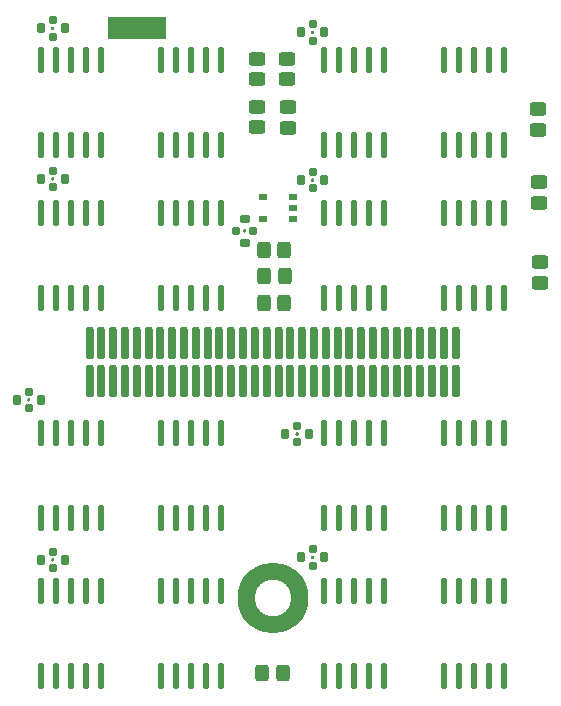
<source format=gbr>
G04 GENERATED BY PULSONIX 10.0 GERBER.DLL 7250*
G04 #@! TF.GenerationSoftware,Pulsonix,Pulsonix,10.0.7250*
G04 #@! TF.CreationDate,2019-09-19T08:44:46--1:00*
G04 #@! TF.Part,Single*
%FSLAX25Y25*%
%LPD*%
%MOIN*%
G04 #@! TF.FileFunction,Soldermask,Top*
G04 #@! TF.FilePolarity,Negative*
G04 #@! TA.AperFunction,SMDPad*
%AMT18*0 Rounded Rectangle pad*4,1,28,0.00787,0.01575,-0.00787,0.01575,-0.00889,0.01561,-0.00984,0.01522,-0.01066,0.01459,-0.01128,0.01378,-0.01168,0.01283,-0.01181,0.01181,-0.01181,-0.01181,-0.01168,-0.01283,-0.01128,-0.01378,-0.01066,-0.01459,-0.00984,-0.01522,-0.00889,-0.01561,-0.00787,-0.01575,0.00787,-0.01575,0.00889,-0.01561,0.00984,-0.01522,0.01066,-0.01459,0.01128,-0.01378,0.01168,-0.01283,0.01181,-0.01181,0.01181,0.01181,0.01168,0.01283,0.01128,0.01378,0.01066,0.01459,0.00984,0.01522,0.00889,0.01561,0.00787,0.01575,0*%
%ADD18T18*%
%AMT19*0 Rounded Rectangle pad*4,1,28,0.00787,0.01280,-0.00787,0.01280,-0.00889,0.01266,-0.00984,0.01227,-0.01066,0.01164,-0.01128,0.01083,-0.01168,0.00988,-0.01181,0.00886,-0.01181,-0.00886,-0.01168,-0.00988,-0.01128,-0.01083,-0.01066,-0.01164,-0.00984,-0.01227,-0.00889,-0.01266,-0.00787,-0.01280,0.00787,-0.01280,0.00889,-0.01266,0.00984,-0.01227,0.01066,-0.01164,0.01128,-0.01083,0.01168,-0.00988,0.01181,-0.00886,0.01181,0.00886,0.01168,0.00988,0.01128,0.01083,0.01066,0.01164,0.00984,0.01227,0.00889,0.01266,0.00787,0.01280,0*%
%ADD19T19*%
%AMT71*0 Rounded Rectangle pad*4,1,36,0.01382,0.02760,-0.01382,0.02760,-0.01536,0.02745,-0.01683,0.02700,-0.01820,0.02627,-0.01939,0.02529,-0.02037,0.02410,-0.02110,0.02274,-0.02154,0.02126,-0.02170,0.01973,-0.02170,-0.01973,-0.02154,-0.02126,-0.02110,-0.02274,-0.02037,-0.02410,-0.01939,-0.02529,-0.01820,-0.02627,-0.01683,-0.02700,-0.01536,-0.02745,-0.01382,-0.02760,0.01382,-0.02760,0.01536,-0.02745,0.01683,-0.02700,0.01820,-0.02627,0.01939,-0.02529,0.02037,-0.02410,0.02110,-0.02274,0.02154,-0.02126,0.02169,-0.01973,0.02169,0.01973,0.02154,0.02126,0.02110,0.02274,0.02037,0.02410,0.01939,0.02529,0.01820,0.02627,0.01683,0.02700,0.01536,0.02745,0.01382,0.02760,0*%
%ADD71T71*%
%AMT22*0 Rounded Rectangle pad*4,1,36,0.01382,0.02760,-0.01382,0.02760,-0.01536,0.02745,-0.01683,0.02700,-0.01820,0.02627,-0.01939,0.02529,-0.02037,0.02410,-0.02110,0.02274,-0.02154,0.02126,-0.02170,0.01973,-0.02170,-0.01973,-0.02154,-0.02126,-0.02110,-0.02274,-0.02037,-0.02410,-0.01939,-0.02529,-0.01820,-0.02627,-0.01683,-0.02700,-0.01536,-0.02745,-0.01382,-0.02760,0.01382,-0.02760,0.01536,-0.02745,0.01683,-0.02700,0.01820,-0.02627,0.01939,-0.02529,0.02037,-0.02410,0.02110,-0.02274,0.02154,-0.02126,0.02169,-0.01973,0.02169,0.01973,0.02154,0.02126,0.02110,0.02274,0.02037,0.02410,0.01939,0.02529,0.01820,0.02627,0.01683,0.02700,0.01536,0.02745,0.01382,0.02760,0*%
%ADD22T22*%
%AMT25*0 Rounded Rectangle pad*4,1,36,-0.02760,0.01382,-0.02760,-0.01382,-0.02745,-0.01536,-0.02700,-0.01683,-0.02627,-0.01820,-0.02529,-0.01939,-0.02410,-0.02037,-0.02274,-0.02110,-0.02126,-0.02154,-0.01973,-0.02170,0.01973,-0.02170,0.02126,-0.02154,0.02274,-0.02110,0.02410,-0.02037,0.02529,-0.01939,0.02627,-0.01820,0.02700,-0.01683,0.02745,-0.01536,0.02760,-0.01382,0.02760,0.01382,0.02745,0.01536,0.02700,0.01683,0.02627,0.01820,0.02529,0.01939,0.02410,0.02037,0.02274,0.02110,0.02126,0.02154,0.01973,0.02169,-0.01973,0.02169,-0.02126,0.02154,-0.02274,0.02110,-0.02410,0.02037,-0.02529,0.01939,-0.02627,0.01820,-0.02700,0.01683,-0.02745,0.01536,-0.02760,0.01382,0*%
%ADD25T25*%
G04 #@! TD.AperFunction*
%ADD94C,0.00001*%
G04 #@! TA.AperFunction,NonMaterial*
%ADD120C,0.00100*%
G04 #@! TA.AperFunction,SMDPad*
%AMT129*0 Rounded Rectangle pad*4,1,28,-0.01575,0.00787,-0.01575,-0.00787,-0.01561,-0.00889,-0.01522,-0.00984,-0.01459,-0.01066,-0.01378,-0.01128,-0.01283,-0.01168,-0.01181,-0.01181,0.01181,-0.01181,0.01283,-0.01168,0.01378,-0.01128,0.01459,-0.01066,0.01522,-0.00984,0.01561,-0.00889,0.01575,-0.00787,0.01575,0.00787,0.01561,0.00889,0.01522,0.00984,0.01459,0.01066,0.01378,0.01128,0.01283,0.01168,0.01181,0.01181,-0.01181,0.01181,-0.01283,0.01168,-0.01378,0.01128,-0.01459,0.01066,-0.01522,0.00984,-0.01561,0.00889,-0.01575,0.00787,0*%
%ADD129T129*%
%AMT130*0 Rounded Rectangle pad*4,1,28,-0.01280,0.00787,-0.01280,-0.00787,-0.01266,-0.00889,-0.01227,-0.00984,-0.01164,-0.01066,-0.01083,-0.01128,-0.00988,-0.01168,-0.00886,-0.01181,0.00886,-0.01181,0.00988,-0.01168,0.01083,-0.01128,0.01164,-0.01066,0.01227,-0.00984,0.01266,-0.00889,0.01280,-0.00787,0.01280,0.00787,0.01266,0.00889,0.01227,0.00984,0.01164,0.01066,0.01083,0.01128,0.00988,0.01168,0.00886,0.01181,-0.00886,0.01181,-0.00988,0.01168,-0.01083,0.01128,-0.01164,0.01066,-0.01227,0.00984,-0.01266,0.00889,-0.01280,0.00787,0*%
%ADD130T130*%
%AMT140*0 Rounded Rectangle pad*4,1,32,0.00591,0.05315,-0.00591,0.05315,-0.00722,0.05300,-0.00847,0.05256,-0.00959,0.05186,-0.01052,0.05093,-0.01123,0.04981,-0.01166,0.04856,-0.01181,0.04724,-0.01181,-0.04724,-0.01166,-0.04856,-0.01123,-0.04981,-0.01052,-0.05093,-0.00959,-0.05186,-0.00847,-0.05256,-0.00722,-0.05300,-0.00591,-0.05315,0.00591,-0.05315,0.00722,-0.05300,0.00847,-0.05256,0.00959,-0.05186,0.01052,-0.05093,0.01123,-0.04981,0.01166,-0.04856,0.01181,-0.04724,0.01181,0.04724,0.01166,0.04856,0.01123,0.04981,0.01052,0.05093,0.00959,0.05186,0.00847,0.05256,0.00722,0.05300,0.00591,0.05315,0*%
%ADD140T140*%
G04 #@! TA.AperFunction,WasherPad*
%ADD154C,0.23622X0.12205*%
G04 #@! TA.AperFunction,SMDPad*
%AMT174*0 Rounded Rectangle pad*4,1,28,-0.01476,0.00591,-0.01476,-0.00591,-0.01463,-0.00693,-0.01424,-0.00788,-0.01361,-0.00869,-0.01280,-0.00932,-0.01185,-0.00971,-0.01083,-0.00985,0.01083,-0.00985,0.01185,-0.00971,0.01280,-0.00932,0.01361,-0.00869,0.01424,-0.00788,0.01463,-0.00693,0.01476,-0.00591,0.01476,0.00591,0.01463,0.00693,0.01424,0.00788,0.01361,0.00869,0.01280,0.00932,0.01185,0.00971,0.01083,0.00984,-0.01083,0.00984,-0.01185,0.00971,-0.01280,0.00932,-0.01361,0.00869,-0.01424,0.00788,-0.01463,0.00693,-0.01476,0.00591,0*%
%ADD174T174*%
%AMT218*0 Rounded Rectangle pad*4,1,36,0.00295,0.04331,-0.00295,0.04331,-0.00449,0.04316,-0.00597,0.04271,-0.00733,0.04198,-0.00852,0.04100,-0.00950,0.03981,-0.01023,0.03845,-0.01068,0.03697,-0.01083,0.03543,-0.01083,-0.03543,-0.01068,-0.03697,-0.01023,-0.03845,-0.00950,-0.03981,-0.00852,-0.04100,-0.00733,-0.04198,-0.00597,-0.04271,-0.00449,-0.04316,-0.00295,-0.04331,0.00295,-0.04331,0.00449,-0.04316,0.00597,-0.04271,0.00733,-0.04198,0.00852,-0.04100,0.00950,-0.03981,0.01023,-0.03845,0.01068,-0.03697,0.01083,-0.03543,0.01083,0.03543,0.01068,0.03697,0.01023,0.03845,0.00950,0.03981,0.00852,0.04100,0.00733,0.04198,0.00597,0.04271,0.00449,0.04316,0.00295,0.04331,0*%
%ADD218T218*%
X0Y0D02*
D02*
D18*
X-85236Y66142D03*
X-77362D03*
X-77244Y12815D03*
Y139783D03*
Y189980D03*
X-69370Y12815D03*
Y139783D03*
Y189980D03*
X4252Y54744D03*
X9370Y13602D03*
Y139390D03*
Y188602D03*
X12126Y54744D03*
X17244Y13602D03*
Y139390D03*
Y188602D03*
D02*
D19*
X-81299Y63386D03*
Y68898D03*
X-73307Y10059D03*
Y15571D03*
Y137028D03*
Y142539D03*
Y187224D03*
Y192736D03*
X8189Y51988D03*
Y57500D03*
X13307Y10846D03*
Y16358D03*
Y136634D03*
Y142146D03*
Y185846D03*
Y191358D03*
D02*
D71*
X-2933Y98248D03*
Y115965D03*
X-2736Y107303D03*
X3957Y98248D03*
Y115965D03*
X4154Y107303D03*
D02*
D22*
X-3524Y-24980D03*
X3366D03*
D02*
D25*
X-5197Y157008D03*
Y163898D03*
Y172953D03*
Y179843D03*
X4843Y172953D03*
Y179843D03*
X5039Y156811D03*
Y163701D03*
X88307Y156024D03*
Y162914D03*
X88701Y131811D03*
Y138701D03*
X89094Y105039D03*
Y111929D03*
D02*
D94*
X89095Y111930D02*
X-81890Y66142D02*
G36*
X-81875Y66010D01*
X-81831Y65886D01*
X-81761Y65774D01*
X-81667Y65680D01*
X-81555Y65610D01*
X-81431Y65566D01*
X-81299Y65551D01*
X-81168Y65566D01*
X-81043Y65610D01*
X-80931Y65680D01*
X-80838Y65774D01*
X-80767Y65885D01*
X-80724Y66010D01*
X-80709Y66142D01*
X-80723Y66273D01*
X-80767Y66398D01*
X-80837Y66510D01*
X-80931Y66603D01*
X-81043Y66674D01*
X-81168Y66717D01*
X-81299Y66732D01*
X-81431Y66717D01*
X-81555Y66674D01*
X-81667Y66603D01*
X-81761Y66510D01*
X-81831Y66398D01*
X-81875Y66273D01*
X-81890Y66142D01*
G37*
X-81891Y66143D02*
X-73898Y12815D02*
G36*
X-73883Y12684D01*
X-73839Y12559D01*
X-73769Y12447D01*
X-73675Y12353D01*
X-73563Y12283D01*
X-73439Y12239D01*
X-73307Y12224D01*
X-73176Y12239D01*
X-73051Y12283D01*
X-72939Y12353D01*
X-72845Y12447D01*
X-72775Y12559D01*
X-72731Y12684D01*
X-72717Y12815D01*
X-72731Y12946D01*
X-72775Y13071D01*
X-72845Y13183D01*
X-72939Y13277D01*
X-73051Y13347D01*
X-73176Y13391D01*
X-73307Y13406D01*
X-73438Y13391D01*
X-73563Y13347D01*
X-73675Y13277D01*
X-73769Y13183D01*
X-73839Y13071D01*
X-73883Y12946D01*
X-73898Y12815D01*
G37*
X-73899Y12816D02*
X-73898Y139783D02*
G36*
X-73883Y139652D01*
X-73839Y139527D01*
X-73769Y139415D01*
X-73675Y139322D01*
X-73563Y139251D01*
X-73439Y139208D01*
X-73307Y139193D01*
X-73176Y139208D01*
X-73051Y139251D01*
X-72939Y139322D01*
X-72845Y139415D01*
X-72775Y139527D01*
X-72731Y139652D01*
X-72717Y139783D01*
X-72731Y139915D01*
X-72775Y140040D01*
X-72845Y140152D01*
X-72939Y140245D01*
X-73051Y140316D01*
X-73176Y140359D01*
X-73307Y140374D01*
X-73438Y140359D01*
X-73563Y140316D01*
X-73675Y140245D01*
X-73769Y140152D01*
X-73839Y140040D01*
X-73883Y139915D01*
X-73898Y139783D01*
G37*
X-73899Y139784D02*
X-73898Y189980D02*
G36*
X-73883Y189849D01*
X-73839Y189724D01*
X-73769Y189612D01*
X-73675Y189519D01*
X-73563Y189448D01*
X-73439Y189405D01*
X-73307Y189390D01*
X-73176Y189405D01*
X-73051Y189448D01*
X-72939Y189519D01*
X-72845Y189612D01*
X-72775Y189724D01*
X-72731Y189849D01*
X-72717Y189980D01*
X-72731Y190112D01*
X-72775Y190237D01*
X-72845Y190349D01*
X-72939Y190442D01*
X-73051Y190512D01*
X-73176Y190556D01*
X-73307Y190571D01*
X-73438Y190556D01*
X-73563Y190512D01*
X-73675Y190442D01*
X-73769Y190349D01*
X-73839Y190237D01*
X-73883Y190112D01*
X-73898Y189980D01*
G37*
X-73899Y189981D02*
X-9921Y122461D02*
G36*
X-9906Y122329D01*
X-9863Y122204D01*
X-9792Y122092D01*
X-9699Y121999D01*
X-9587Y121929D01*
X-9462Y121885D01*
X-9331Y121870D01*
X-9199Y121885D01*
X-9075Y121929D01*
X-8963Y121999D01*
X-8869Y122092D01*
X-8799Y122204D01*
X-8755Y122329D01*
X-8740Y122461D01*
X-8755Y122592D01*
X-8799Y122717D01*
X-8869Y122829D01*
X-8962Y122922D01*
X-9074Y122993D01*
X-9199Y123036D01*
X-9331Y123051D01*
X-9462Y123036D01*
X-9587Y122993D01*
X-9699Y122922D01*
X-9792Y122829D01*
X-9863Y122717D01*
X-9906Y122592D01*
X-9921Y122461D01*
G37*
X-9922Y122462D02*
X7598Y54744D02*
G36*
X7613Y54613D01*
X7657Y54488D01*
X7727Y54376D01*
X7821Y54282D01*
X7933Y54212D01*
X8058Y54168D01*
X8189Y54154D01*
X8320Y54168D01*
X8445Y54212D01*
X8557Y54282D01*
X8651Y54376D01*
X8721Y54488D01*
X8765Y54613D01*
X8780Y54744D01*
X8765Y54876D01*
X8721Y55000D01*
X8651Y55112D01*
X8557Y55206D01*
X8445Y55276D01*
X8320Y55320D01*
X8189Y55335D01*
X8058Y55320D01*
X7933Y55276D01*
X7821Y55206D01*
X7727Y55112D01*
X7657Y55000D01*
X7613Y54876D01*
X7598Y54744D01*
G37*
X7599Y54745D02*
X12717Y13602D02*
G36*
X12731Y13471D01*
X12775Y13346D01*
X12845Y13234D01*
X12939Y13141D01*
X13051Y13070D01*
X13176Y13027D01*
X13307Y13012D01*
X13438Y13027D01*
X13563Y13070D01*
X13675Y13141D01*
X13769Y13234D01*
X13839Y13346D01*
X13883Y13471D01*
X13898Y13602D01*
X13883Y13734D01*
X13839Y13859D01*
X13769Y13971D01*
X13675Y14064D01*
X13563Y14134D01*
X13439Y14178D01*
X13307Y14193D01*
X13176Y14178D01*
X13051Y14134D01*
X12939Y14064D01*
X12845Y13971D01*
X12775Y13859D01*
X12731Y13734D01*
X12717Y13602D01*
G37*
X12718Y13603D02*
X12717Y139390D02*
G36*
X12731Y139258D01*
X12775Y139134D01*
X12845Y139022D01*
X12939Y138928D01*
X13051Y138858D01*
X13176Y138814D01*
X13307Y138799D01*
X13438Y138814D01*
X13563Y138858D01*
X13675Y138928D01*
X13769Y139022D01*
X13839Y139134D01*
X13883Y139258D01*
X13898Y139390D01*
X13883Y139521D01*
X13839Y139646D01*
X13769Y139758D01*
X13675Y139851D01*
X13563Y139922D01*
X13439Y139966D01*
X13307Y139980D01*
X13176Y139966D01*
X13051Y139922D01*
X12939Y139851D01*
X12845Y139758D01*
X12775Y139646D01*
X12731Y139521D01*
X12717Y139390D01*
G37*
X12718Y139391D02*
X12717Y188602D02*
G36*
X12731Y188471D01*
X12775Y188346D01*
X12845Y188234D01*
X12939Y188141D01*
X13051Y188070D01*
X13176Y188027D01*
X13307Y188012D01*
X13438Y188027D01*
X13563Y188070D01*
X13675Y188141D01*
X13769Y188234D01*
X13839Y188346D01*
X13883Y188471D01*
X13898Y188602D01*
X13883Y188734D01*
X13839Y188859D01*
X13769Y188971D01*
X13675Y189064D01*
X13563Y189134D01*
X13439Y189178D01*
X13307Y189193D01*
X13176Y189178D01*
X13051Y189134D01*
X12939Y189064D01*
X12845Y188971D01*
X12775Y188859D01*
X12731Y188734D01*
X12717Y188602D01*
G37*
D02*
D120*
X-55020Y186705D02*
X-36028D01*
Y193705*
X-55020*
Y186705*
X-55021Y186706D02*
X-55020Y186705D02*
G36*
X-36028D01*
Y193705D01*
X-55020D01*
Y186705D01*
G37*
D02*
D129*
X-9331Y118524D03*
Y126398D03*
D02*
D130*
X-12087Y122461D03*
X-6575D03*
D02*
D140*
X-61024Y72244D03*
Y85236D03*
X-57087Y72244D03*
Y85236D03*
X-53150Y72244D03*
Y85236D03*
X-49213Y72244D03*
Y85236D03*
X-45276Y72244D03*
Y85236D03*
X-41339Y72244D03*
Y85236D03*
X-37402Y72244D03*
Y85236D03*
X-33465Y72244D03*
Y85236D03*
X-29528Y72244D03*
Y85236D03*
X-25591Y72244D03*
Y85236D03*
X-21654Y72244D03*
Y85236D03*
X-17717Y72244D03*
Y85236D03*
X-13780Y72244D03*
Y85236D03*
X-9843Y72244D03*
Y85236D03*
X-5906Y72244D03*
Y85236D03*
X-1969Y72244D03*
Y85236D03*
X1969Y72244D03*
Y85236D03*
X5906Y72244D03*
Y85236D03*
X9843Y72244D03*
Y85236D03*
X13780Y72244D03*
Y85236D03*
X17717Y72244D03*
Y85236D03*
X21654Y72244D03*
Y85236D03*
X25591Y72244D03*
Y85236D03*
X29528Y72244D03*
Y85236D03*
X33465Y72244D03*
Y85236D03*
X37402Y72244D03*
Y85236D03*
X41339Y72244D03*
Y85236D03*
X45276Y72244D03*
Y85236D03*
X49213Y72244D03*
Y85236D03*
X53150Y72244D03*
Y85236D03*
X57087Y72244D03*
Y85236D03*
X61024Y72244D03*
Y85236D03*
D02*
D154*
X0Y0D03*
D02*
D174*
X-3327Y126398D03*
Y133878D03*
X6713Y126398D03*
Y130138D03*
Y133878D03*
D02*
D218*
X-77244Y-25984D03*
Y2362D03*
Y26772D03*
Y55118D03*
Y100000D03*
Y128346D03*
Y151181D03*
Y179528D03*
X-72244Y-25984D03*
Y2362D03*
Y26772D03*
Y55118D03*
Y100000D03*
Y128346D03*
Y151181D03*
Y179528D03*
X-67244Y-25984D03*
Y2362D03*
Y26772D03*
Y55118D03*
Y100000D03*
Y128346D03*
Y151181D03*
Y179528D03*
X-62244Y-25984D03*
Y2362D03*
Y26772D03*
Y55118D03*
Y100000D03*
Y128346D03*
Y151181D03*
Y179528D03*
X-57244Y-25984D03*
Y2362D03*
Y26772D03*
Y55118D03*
Y100000D03*
Y128346D03*
Y151181D03*
Y179528D03*
X-37244Y-25984D03*
Y2362D03*
Y26772D03*
Y55118D03*
Y100000D03*
Y128346D03*
Y151181D03*
Y179528D03*
X-32244Y-25984D03*
Y2362D03*
Y26772D03*
Y55118D03*
Y100000D03*
Y128346D03*
Y151181D03*
Y179528D03*
X-27244Y-25984D03*
Y2362D03*
Y26772D03*
Y55118D03*
Y100000D03*
Y128346D03*
Y151181D03*
Y179528D03*
X-22244Y-25984D03*
Y2362D03*
Y26772D03*
Y55118D03*
Y100000D03*
Y128346D03*
Y151181D03*
Y179528D03*
X-17244Y-25984D03*
Y2362D03*
Y26772D03*
Y55118D03*
Y100000D03*
Y128346D03*
Y151181D03*
Y179528D03*
X17244Y-25984D03*
Y2362D03*
Y26772D03*
Y55118D03*
Y100000D03*
Y128346D03*
Y151181D03*
Y179528D03*
X22244Y-25984D03*
Y2362D03*
Y26772D03*
Y55118D03*
Y100000D03*
Y128346D03*
Y151181D03*
Y179528D03*
X27244Y-25984D03*
Y2362D03*
Y26772D03*
Y55118D03*
Y100000D03*
Y128346D03*
Y151181D03*
Y179528D03*
X32244Y-25984D03*
Y2362D03*
Y26772D03*
Y55118D03*
Y100000D03*
Y128346D03*
Y151181D03*
Y179528D03*
X37244Y-25984D03*
Y2362D03*
Y26772D03*
Y55118D03*
Y100000D03*
Y128346D03*
Y151181D03*
Y179528D03*
X57244Y-25984D03*
Y2362D03*
Y26772D03*
Y55118D03*
Y100000D03*
Y128346D03*
Y151181D03*
Y179528D03*
X62244Y-25984D03*
Y2362D03*
Y26772D03*
Y55118D03*
Y100000D03*
Y128346D03*
Y151181D03*
Y179528D03*
X67244Y-25984D03*
Y2362D03*
Y26772D03*
Y55118D03*
Y100000D03*
Y128346D03*
Y151181D03*
Y179528D03*
X72244Y-25984D03*
Y2362D03*
Y26772D03*
Y55118D03*
Y100000D03*
Y128346D03*
Y151181D03*
Y179528D03*
X77244Y-25984D03*
Y2362D03*
Y26772D03*
Y55118D03*
Y100000D03*
Y128346D03*
Y151181D03*
Y179528D03*
X0Y0D02*
M02*

</source>
